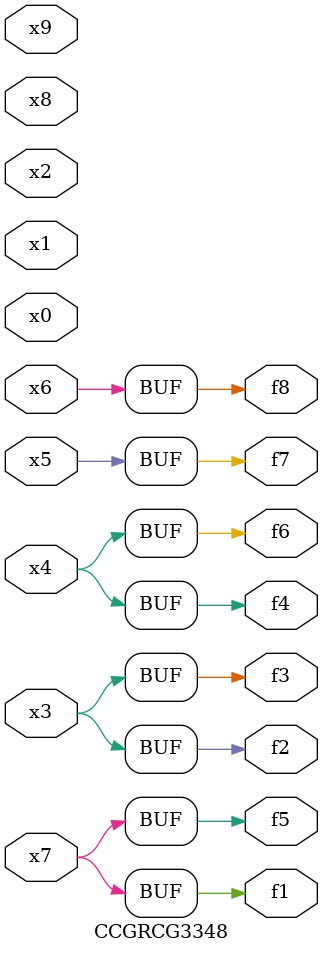
<source format=v>
module CCGRCG3348(
	input x0, x1, x2, x3, x4, x5, x6, x7, x8, x9,
	output f1, f2, f3, f4, f5, f6, f7, f8
);
	assign f1 = x7;
	assign f2 = x3;
	assign f3 = x3;
	assign f4 = x4;
	assign f5 = x7;
	assign f6 = x4;
	assign f7 = x5;
	assign f8 = x6;
endmodule

</source>
